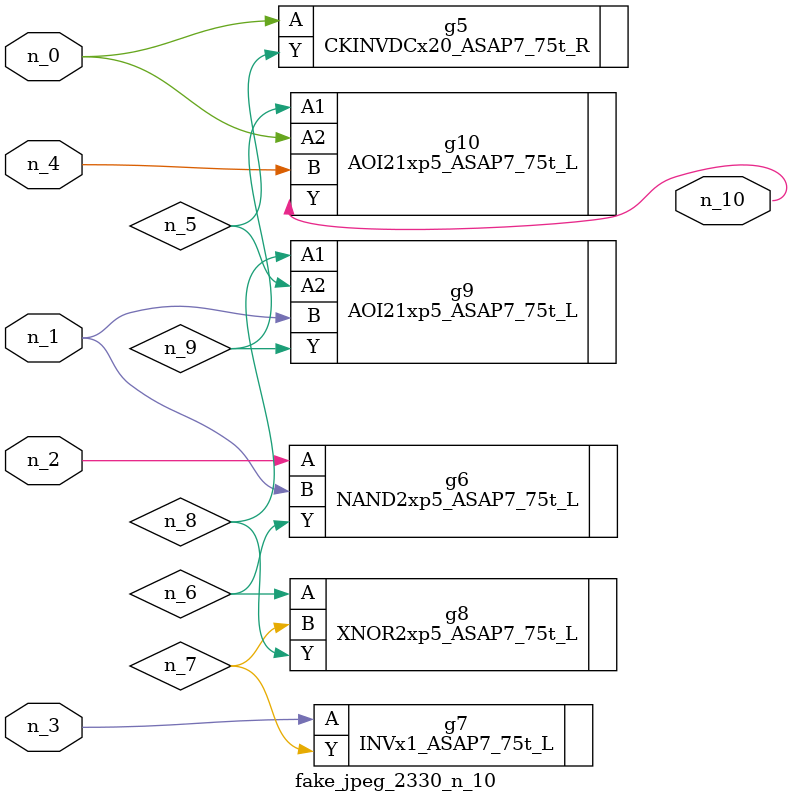
<source format=v>
module fake_jpeg_2330_n_10 (n_3, n_2, n_1, n_0, n_4, n_10);

input n_3;
input n_2;
input n_1;
input n_0;
input n_4;

output n_10;

wire n_8;
wire n_9;
wire n_6;
wire n_5;
wire n_7;

CKINVDCx20_ASAP7_75t_R g5 ( 
.A(n_0),
.Y(n_5)
);

NAND2xp5_ASAP7_75t_L g6 ( 
.A(n_2),
.B(n_1),
.Y(n_6)
);

INVx1_ASAP7_75t_L g7 ( 
.A(n_3),
.Y(n_7)
);

XNOR2xp5_ASAP7_75t_L g8 ( 
.A(n_6),
.B(n_7),
.Y(n_8)
);

AOI21xp5_ASAP7_75t_L g9 ( 
.A1(n_8),
.A2(n_5),
.B(n_1),
.Y(n_9)
);

AOI21xp5_ASAP7_75t_L g10 ( 
.A1(n_9),
.A2(n_0),
.B(n_4),
.Y(n_10)
);


endmodule
</source>
